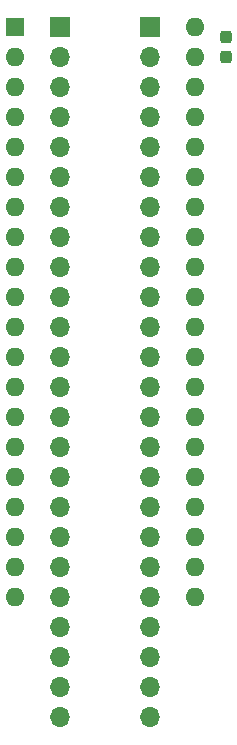
<source format=gbr>
G04 #@! TF.GenerationSoftware,KiCad,Pcbnew,8.0.4+dfsg-1*
G04 #@! TF.CreationDate,2025-02-23T17:02:46+09:00*
G04 #@! TF.ProjectId,bionic-scn2650,62696f6e-6963-42d7-9363-6e323635302e,3*
G04 #@! TF.SameCoordinates,Original*
G04 #@! TF.FileFunction,Soldermask,Bot*
G04 #@! TF.FilePolarity,Negative*
%FSLAX46Y46*%
G04 Gerber Fmt 4.6, Leading zero omitted, Abs format (unit mm)*
G04 Created by KiCad (PCBNEW 8.0.4+dfsg-1) date 2025-02-23 17:02:46*
%MOMM*%
%LPD*%
G01*
G04 APERTURE LIST*
G04 Aperture macros list*
%AMRoundRect*
0 Rectangle with rounded corners*
0 $1 Rounding radius*
0 $2 $3 $4 $5 $6 $7 $8 $9 X,Y pos of 4 corners*
0 Add a 4 corners polygon primitive as box body*
4,1,4,$2,$3,$4,$5,$6,$7,$8,$9,$2,$3,0*
0 Add four circle primitives for the rounded corners*
1,1,$1+$1,$2,$3*
1,1,$1+$1,$4,$5*
1,1,$1+$1,$6,$7*
1,1,$1+$1,$8,$9*
0 Add four rect primitives between the rounded corners*
20,1,$1+$1,$2,$3,$4,$5,0*
20,1,$1+$1,$4,$5,$6,$7,0*
20,1,$1+$1,$6,$7,$8,$9,0*
20,1,$1+$1,$8,$9,$2,$3,0*%
G04 Aperture macros list end*
%ADD10R,1.600000X1.600000*%
%ADD11O,1.600000X1.600000*%
%ADD12O,1.700000X1.700000*%
%ADD13R,1.700000X1.700000*%
%ADD14RoundRect,0.237500X0.237500X-0.300000X0.237500X0.300000X-0.237500X0.300000X-0.237500X-0.300000X0*%
G04 APERTURE END LIST*
D10*
X106080000Y-75080000D03*
D11*
X106080000Y-77620000D03*
X106080000Y-80160000D03*
X106080000Y-82700000D03*
X106080000Y-85240000D03*
X106080000Y-87780000D03*
X106080000Y-90320000D03*
X106080000Y-92860000D03*
X106080000Y-95400000D03*
X106080000Y-97940000D03*
X106080000Y-100480000D03*
X106080000Y-103020000D03*
X106080000Y-105560000D03*
X106080000Y-108100000D03*
X106080000Y-110640000D03*
X106080000Y-113180000D03*
X106080000Y-115720000D03*
X106080000Y-118260000D03*
X106080000Y-120800000D03*
X106080000Y-123340000D03*
X121320000Y-123340000D03*
X121320000Y-120800000D03*
X121320000Y-118260000D03*
X121320000Y-115720000D03*
X121320000Y-113180000D03*
X121320000Y-110640000D03*
X121320000Y-108100000D03*
X121320000Y-105560000D03*
X121320000Y-103020000D03*
X121320000Y-100480000D03*
X121320000Y-97940000D03*
X121320000Y-95400000D03*
X121320000Y-92860000D03*
X121320000Y-90320000D03*
X121320000Y-87780000D03*
X121320000Y-85240000D03*
X121320000Y-82700000D03*
X121320000Y-80160000D03*
X121320000Y-77620000D03*
X121320000Y-75080000D03*
D12*
X117510000Y-133500000D03*
X117510000Y-130960000D03*
X117510000Y-128420000D03*
X117510000Y-125880000D03*
X117510000Y-123340000D03*
X117510000Y-120800000D03*
X117510000Y-118260000D03*
X117510000Y-115720000D03*
X117510000Y-113180000D03*
X117510000Y-110640000D03*
X117510000Y-108100000D03*
X117510000Y-105560000D03*
X117510000Y-103020000D03*
X117510000Y-100480000D03*
X117510000Y-97940000D03*
X117510000Y-95400000D03*
X117510000Y-92860000D03*
X117510000Y-90320000D03*
X117510000Y-87780000D03*
X117510000Y-85240000D03*
X117510000Y-82700000D03*
X117510000Y-80160000D03*
X117510000Y-77620000D03*
D13*
X117510000Y-75080000D03*
X109890000Y-75080000D03*
D12*
X109890000Y-77620000D03*
X109890000Y-80160000D03*
X109890000Y-82700000D03*
X109890000Y-85240000D03*
X109890000Y-87780000D03*
X109890000Y-90320000D03*
X109890000Y-92860000D03*
X109890000Y-95400000D03*
X109890000Y-97940000D03*
X109890000Y-100480000D03*
X109890000Y-103020000D03*
X109890000Y-105560000D03*
X109890000Y-108100000D03*
X109890000Y-110640000D03*
X109890000Y-113180000D03*
X109890000Y-115720000D03*
X109890000Y-118260000D03*
X109890000Y-120800000D03*
X109890000Y-123340000D03*
X109890000Y-125880000D03*
X109890000Y-128420000D03*
X109890000Y-130960000D03*
X109890000Y-133500000D03*
D14*
X123910800Y-77618900D03*
X123910800Y-75893900D03*
M02*

</source>
